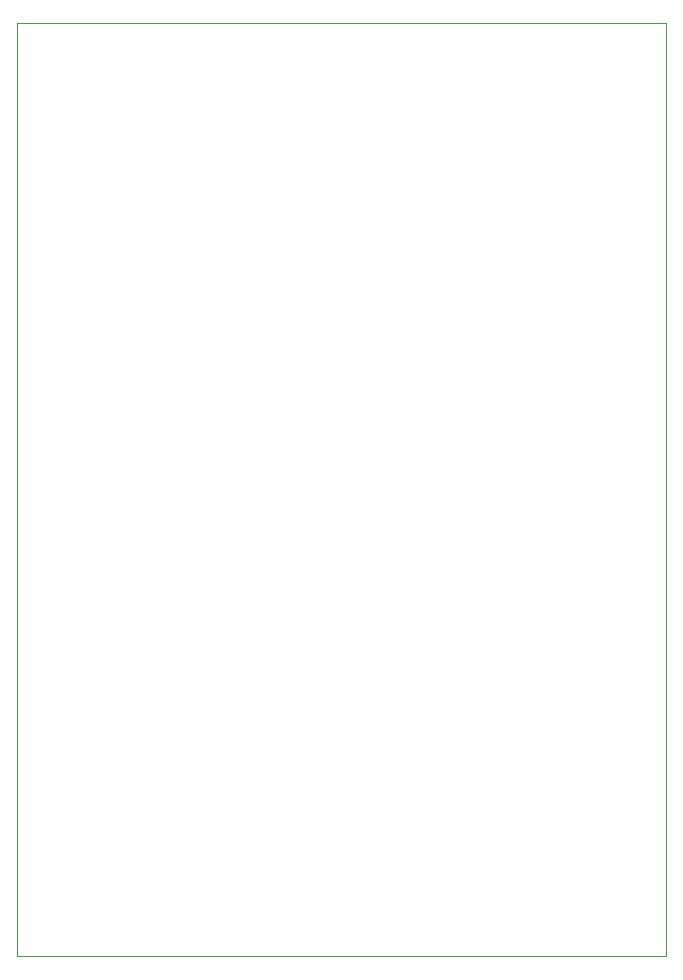
<source format=gbr>
G04 #@! TF.GenerationSoftware,KiCad,Pcbnew,7.0.10*
G04 #@! TF.CreationDate,2024-02-16T13:27:10-05:00*
G04 #@! TF.ProjectId,Tympan nRF52 Programmer,54796d70-616e-4206-9e52-463532205072,rev?*
G04 #@! TF.SameCoordinates,Original*
G04 #@! TF.FileFunction,Profile,NP*
%FSLAX46Y46*%
G04 Gerber Fmt 4.6, Leading zero omitted, Abs format (unit mm)*
G04 Created by KiCad (PCBNEW 7.0.10) date 2024-02-16 13:27:10*
%MOMM*%
%LPD*%
G01*
G04 APERTURE LIST*
G04 #@! TA.AperFunction,Profile*
%ADD10C,0.050000*%
G04 #@! TD*
G04 APERTURE END LIST*
D10*
X121400000Y-57200000D02*
X121400000Y-136200000D01*
X176400000Y-101300000D02*
X176400000Y-136200000D01*
X176400000Y-57200000D02*
X121400000Y-57200000D01*
X176400000Y-101300000D02*
X176400000Y-57200000D01*
X121400000Y-136200000D02*
X176400000Y-136200000D01*
M02*

</source>
